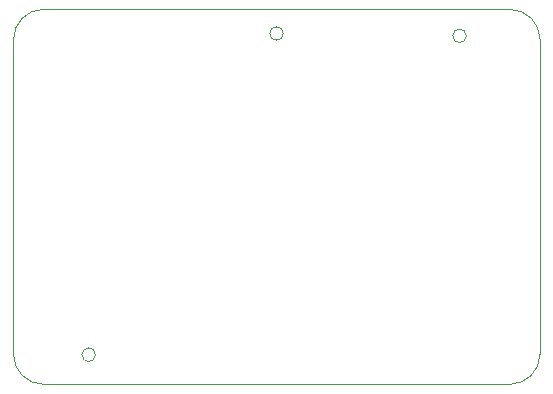
<source format=gbr>
%TF.GenerationSoftware,KiCad,Pcbnew,5.1.9*%
%TF.CreationDate,2021-02-20T15:12:24-08:00*%
%TF.ProjectId,Transmitter,5472616e-736d-4697-9474-65722e6b6963,rev?*%
%TF.SameCoordinates,Original*%
%TF.FileFunction,Profile,NP*%
%FSLAX46Y46*%
G04 Gerber Fmt 4.6, Leading zero omitted, Abs format (unit mm)*
G04 Created by KiCad (PCBNEW 5.1.9) date 2021-02-20 15:12:24*
%MOMM*%
%LPD*%
G01*
G04 APERTURE LIST*
%TA.AperFunction,Profile*%
%ADD10C,0.050000*%
%TD*%
G04 APERTURE END LIST*
D10*
X94600000Y-73800000D02*
G75*
G03*
X94600000Y-73800000I-576000J0D01*
G01*
X110100000Y-74000000D02*
G75*
G03*
X110100000Y-74000000I-576000J0D01*
G01*
X78700000Y-101000000D02*
G75*
G03*
X78700000Y-101000000I-576000J0D01*
G01*
X116332000Y-100965000D02*
X116332000Y-74295000D01*
X113792000Y-71755000D02*
G75*
G02*
X116332000Y-74295000I0J-2540000D01*
G01*
X116332000Y-100965000D02*
G75*
G02*
X113792000Y-103505000I-2540000J0D01*
G01*
X74295000Y-103505000D02*
X113792000Y-103505000D01*
X113792000Y-71755000D02*
X74295000Y-71755000D01*
X71755000Y-100965000D02*
X71755000Y-74295000D01*
X74295000Y-103505000D02*
G75*
G02*
X71755000Y-100965000I0J2540000D01*
G01*
X71755000Y-74295000D02*
G75*
G02*
X74295000Y-71755000I2540000J0D01*
G01*
M02*

</source>
